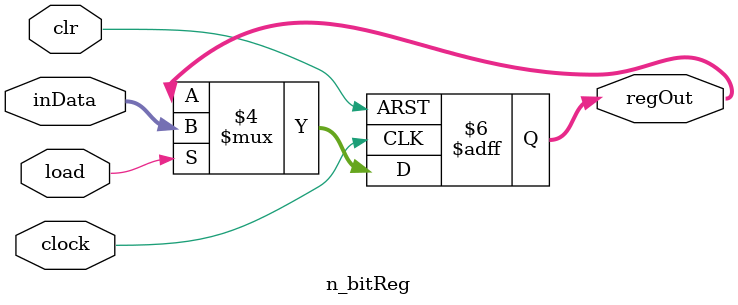
<source format=v>
/************************************************************************
*   FILE:   n_bitReg.v     TFOX    Oct. 12, 2022   Ver. 0.1        		*
************************************************************************/

module n_bitReg
#(
    parameter N = 8)
    (input  load,
     input  clock,
     input  clr,
     input  [N-1:0] inData,
     //
     output reg [N-1:0] regOut
     );
     
always @(posedge clock or posedge clr) begin
    if(clr == 1)
        regOut <= 0;
    else if(load == 1)
        regOut <= inData;
	end
        
endmodule


</source>
